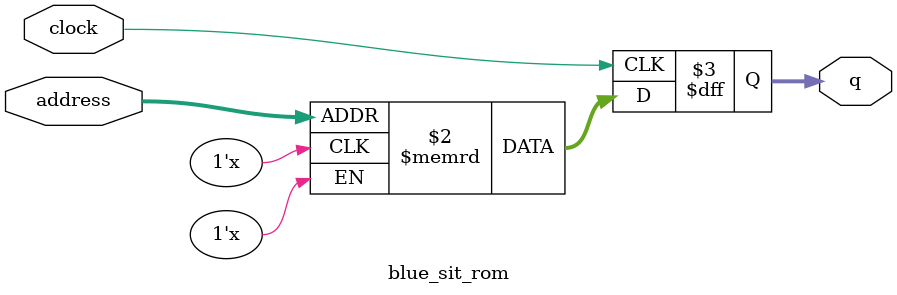
<source format=sv>
module blue_sit_rom (
	input logic clock,
	input logic [16:0] address,
	output logic [3:0] q
);

logic [3:0] memory [0:69999] /* synthesis ram_init_file = "./blue_sit/blue_sit.mif" */;

always_ff @ (posedge clock) begin
	q <= memory[address];
end

endmodule

</source>
